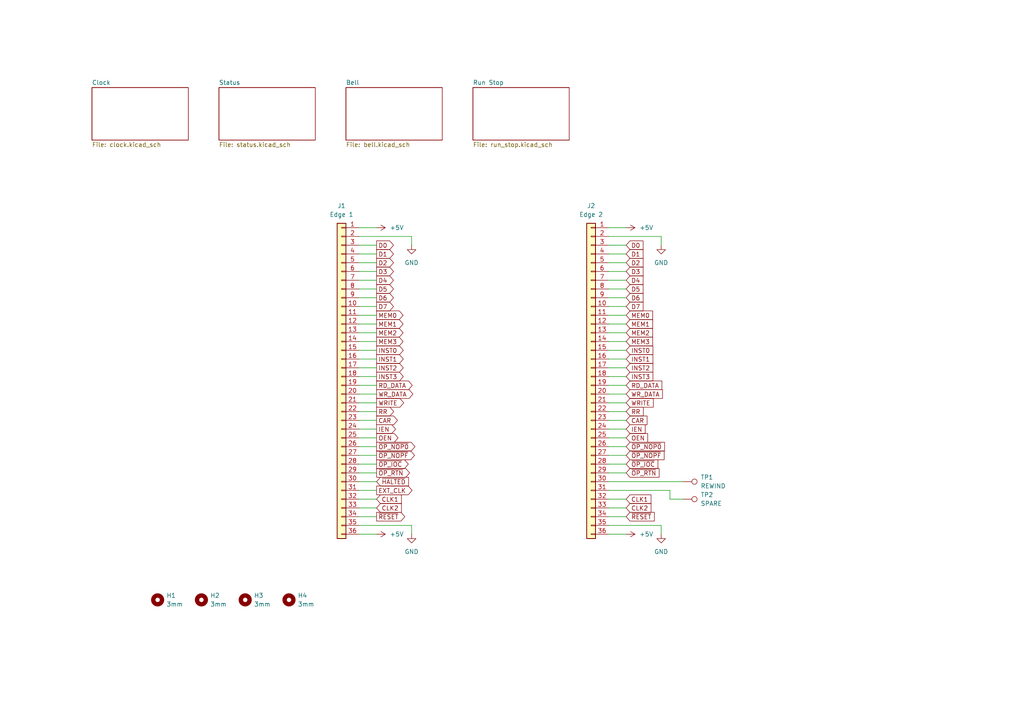
<source format=kicad_sch>
(kicad_sch (version 20231120) (generator "eeschema") (generator_version "8.0")
  (paper "A4")
  (title_block (title "UE1-TTL Clock and Front Panel") (date "2025") (rev "1") (comment 1 "Copyright (c) 2025 Rhys Weatherley") (comment 3 "Edge Connectors"))
  (lib_symbols
    (symbol "Connector:TestPoint" (pin_numbers hide) (pin_names (offset 0.762) hide)
      (property "Reference" "TP" (at 0 6.858 0))
      (property "Value" "TestPoint" (at 0 5.08 0))
      (symbol "TestPoint_0_1"
        (circle (center 0 3.302) (radius 0.762))
      )
      (symbol "TestPoint_1_1"
        (pin passive line (at 0 0 90) (length 2.54) (name "1") (number "1"))
      )
    )
    (symbol "Connector_Generic:Conn_01x36" (pin_names (offset 1.016) hide)
      (property "Reference" "J" (at 0 45.72 0))
      (property "Value" "Conn_01x36" (at 0 -48.26 0))
      (symbol "Conn_01x36_1_1"
        (rectangle (start -1.27 -45.593) (end 0 -45.847) (stroke (width 0.1524)))
        (rectangle (start -1.27 -43.053) (end 0 -43.307) (stroke (width 0.1524)))
        (rectangle (start -1.27 -40.513) (end 0 -40.767) (stroke (width 0.1524)))
        (rectangle (start -1.27 -37.973) (end 0 -38.227) (stroke (width 0.1524)))
        (rectangle (start -1.27 -35.433) (end 0 -35.687) (stroke (width 0.1524)))
        (rectangle (start -1.27 -32.893) (end 0 -33.147) (stroke (width 0.1524)))
        (rectangle (start -1.27 -30.353) (end 0 -30.607) (stroke (width 0.1524)))
        (rectangle (start -1.27 -27.813) (end 0 -28.067) (stroke (width 0.1524)))
        (rectangle (start -1.27 -25.273) (end 0 -25.527) (stroke (width 0.1524)))
        (rectangle (start -1.27 -22.733) (end 0 -22.987) (stroke (width 0.1524)))
        (rectangle (start -1.27 -20.193) (end 0 -20.447) (stroke (width 0.1524)))
        (rectangle (start -1.27 -17.653) (end 0 -17.907) (stroke (width 0.1524)))
        (rectangle (start -1.27 -15.113) (end 0 -15.367) (stroke (width 0.1524)))
        (rectangle (start -1.27 -12.573) (end 0 -12.827) (stroke (width 0.1524)))
        (rectangle (start -1.27 -10.033) (end 0 -10.287) (stroke (width 0.1524)))
        (rectangle (start -1.27 -7.493) (end 0 -7.747) (stroke (width 0.1524)))
        (rectangle (start -1.27 -4.953) (end 0 -5.207) (stroke (width 0.1524)))
        (rectangle (start -1.27 -2.413) (end 0 -2.667) (stroke (width 0.1524)))
        (rectangle (start -1.27 0.127) (end 0 -0.127) (stroke (width 0.1524)))
        (rectangle (start -1.27 2.667) (end 0 2.413) (stroke (width 0.1524)))
        (rectangle (start -1.27 5.207) (end 0 4.953) (stroke (width 0.1524)))
        (rectangle (start -1.27 7.747) (end 0 7.493) (stroke (width 0.1524)))
        (rectangle (start -1.27 10.287) (end 0 10.033) (stroke (width 0.1524)))
        (rectangle (start -1.27 12.827) (end 0 12.573) (stroke (width 0.1524)))
        (rectangle (start -1.27 15.367) (end 0 15.113) (stroke (width 0.1524)))
        (rectangle (start -1.27 17.907) (end 0 17.653) (stroke (width 0.1524)))
        (rectangle (start -1.27 20.447) (end 0 20.193) (stroke (width 0.1524)))
        (rectangle (start -1.27 22.987) (end 0 22.733) (stroke (width 0.1524)))
        (rectangle (start -1.27 25.527) (end 0 25.273) (stroke (width 0.1524)))
        (rectangle (start -1.27 28.067) (end 0 27.813) (stroke (width 0.1524)))
        (rectangle (start -1.27 30.607) (end 0 30.353) (stroke (width 0.1524)))
        (rectangle (start -1.27 33.147) (end 0 32.893) (stroke (width 0.1524)))
        (rectangle (start -1.27 35.687) (end 0 35.433) (stroke (width 0.1524)))
        (rectangle (start -1.27 38.227) (end 0 37.973) (stroke (width 0.1524)))
        (rectangle (start -1.27 40.767) (end 0 40.513) (stroke (width 0.1524)))
        (rectangle (start -1.27 43.307) (end 0 43.053) (stroke (width 0.1524)))
        (rectangle (start -1.27 44.45) (end 1.27 -46.99) (stroke (width 0.254)) (fill (type background)))
        (pin passive line (at -5.08 43.18 0) (length 3.81) (name "Pin_1") (number "1"))
        (pin passive line (at -5.08 20.32 0) (length 3.81) (name "Pin_10") (number "10"))
        (pin passive line (at -5.08 17.78 0) (length 3.81) (name "Pin_11") (number "11"))
        (pin passive line (at -5.08 15.24 0) (length 3.81) (name "Pin_12") (number "12"))
        (pin passive line (at -5.08 12.7 0) (length 3.81) (name "Pin_13") (number "13"))
        (pin passive line (at -5.08 10.16 0) (length 3.81) (name "Pin_14") (number "14"))
        (pin passive line (at -5.08 7.62 0) (length 3.81) (name "Pin_15") (number "15"))
        (pin passive line (at -5.08 5.08 0) (length 3.81) (name "Pin_16") (number "16"))
        (pin passive line (at -5.08 2.54 0) (length 3.81) (name "Pin_17") (number "17"))
        (pin passive line (at -5.08 0 0) (length 3.81) (name "Pin_18") (number "18"))
        (pin passive line (at -5.08 -2.54 0) (length 3.81) (name "Pin_19") (number "19"))
        (pin passive line (at -5.08 40.64 0) (length 3.81) (name "Pin_2") (number "2"))
        (pin passive line (at -5.08 -5.08 0) (length 3.81) (name "Pin_20") (number "20"))
        (pin passive line (at -5.08 -7.62 0) (length 3.81) (name "Pin_21") (number "21"))
        (pin passive line (at -5.08 -10.16 0) (length 3.81) (name "Pin_22") (number "22"))
        (pin passive line (at -5.08 -12.7 0) (length 3.81) (name "Pin_23") (number "23"))
        (pin passive line (at -5.08 -15.24 0) (length 3.81) (name "Pin_24") (number "24"))
        (pin passive line (at -5.08 -17.78 0) (length 3.81) (name "Pin_25") (number "25"))
        (pin passive line (at -5.08 -20.32 0) (length 3.81) (name "Pin_26") (number "26"))
        (pin passive line (at -5.08 -22.86 0) (length 3.81) (name "Pin_27") (number "27"))
        (pin passive line (at -5.08 -25.4 0) (length 3.81) (name "Pin_28") (number "28"))
        (pin passive line (at -5.08 -27.94 0) (length 3.81) (name "Pin_29") (number "29"))
        (pin passive line (at -5.08 38.1 0) (length 3.81) (name "Pin_3") (number "3"))
        (pin passive line (at -5.08 -30.48 0) (length 3.81) (name "Pin_30") (number "30"))
        (pin passive line (at -5.08 -33.02 0) (length 3.81) (name "Pin_31") (number "31"))
        (pin passive line (at -5.08 -35.56 0) (length 3.81) (name "Pin_32") (number "32"))
        (pin passive line (at -5.08 -38.1 0) (length 3.81) (name "Pin_33") (number "33"))
        (pin passive line (at -5.08 -40.64 0) (length 3.81) (name "Pin_34") (number "34"))
        (pin passive line (at -5.08 -43.18 0) (length 3.81) (name "Pin_35") (number "35"))
        (pin passive line (at -5.08 -45.72 0) (length 3.81) (name "Pin_36") (number "36"))
        (pin passive line (at -5.08 35.56 0) (length 3.81) (name "Pin_4") (number "4"))
        (pin passive line (at -5.08 33.02 0) (length 3.81) (name "Pin_5") (number "5"))
        (pin passive line (at -5.08 30.48 0) (length 3.81) (name "Pin_6") (number "6"))
        (pin passive line (at -5.08 27.94 0) (length 3.81) (name "Pin_7") (number "7"))
        (pin passive line (at -5.08 25.4 0) (length 3.81) (name "Pin_8") (number "8"))
        (pin passive line (at -5.08 22.86 0) (length 3.81) (name "Pin_9") (number "9"))
      )
    )
    (symbol "Mechanical:MountingHole" (pin_names (offset 1.016)) (exclude_from_sim yes) (in_bom no)
      (property "Reference" "H" (at 0 5.08 0))
      (property "Value" "MountingHole" (at 0 3.175 0))
      (symbol "MountingHole_0_1"
        (circle (center 0 0) (radius 1.27) (stroke (width 1.27)))
      )
    )
    (symbol "power:+5V" (power) (pin_numbers hide) (pin_names (offset 0) hide)
      (property "Value" "+5V" (at 0 3.556 0))
      (symbol "+5V_0_1"
        (polyline (pts (xy -0.762 1.27) (xy 0 2.54)))
        (polyline (pts (xy 0 0) (xy 0 2.54)))
        (polyline (pts (xy 0 2.54) (xy 0.762 1.27)))
      )
      (symbol "+5V_1_1"
        (pin power_in line (at 0 0 90) (length 0) (name "~") (number "1"))
      )
    )
    (symbol "power:GND" (power) (pin_numbers hide) (pin_names (offset 0) hide)
      (property "Value" "GND" (at 0 -3.81 0))
      (symbol "GND_0_1"
        (polyline (pts (xy 0 0) (xy 0 -1.27) (xy 1.27 -1.27) (xy 0 -2.54) (xy -1.27 -1.27) (xy 0 -1.27)))
      )
      (symbol "GND_1_1"
        (pin power_in line (at 0 0 270) (length 0) (name "~") (number "1"))
      )
    )
  )
  (wire (pts (xy 104.14 81.28) (xy 109.22 81.28)))
  (wire (pts (xy 191.77 68.58) (xy 176.53 68.58)))
  (wire (pts (xy 104.14 132.08) (xy 109.22 132.08)))
  (wire (pts (xy 176.53 73.66) (xy 181.61 73.66)))
  (wire (pts (xy 119.38 71.12) (xy 119.38 68.58)))
  (wire (pts (xy 104.14 147.32) (xy 109.22 147.32)))
  (wire (pts (xy 176.53 96.52) (xy 181.61 96.52)))
  (wire (pts (xy 176.53 142.24) (xy 194.31 142.24)))
  (wire (pts (xy 176.53 106.68) (xy 181.61 106.68)))
  (wire (pts (xy 176.53 147.32) (xy 181.61 147.32)))
  (wire (pts (xy 176.53 86.36) (xy 181.61 86.36)))
  (wire (pts (xy 104.14 142.24) (xy 109.22 142.24)))
  (wire (pts (xy 176.53 104.14) (xy 181.61 104.14)))
  (wire (pts (xy 104.14 76.2) (xy 109.22 76.2)))
  (wire (pts (xy 119.38 154.94) (xy 119.38 152.4)))
  (wire (pts (xy 104.14 96.52) (xy 109.22 96.52)))
  (wire (pts (xy 176.53 132.08) (xy 181.61 132.08)))
  (wire (pts (xy 104.14 119.38) (xy 109.22 119.38)))
  (wire (pts (xy 104.14 93.98) (xy 109.22 93.98)))
  (wire (pts (xy 176.53 149.86) (xy 181.61 149.86)))
  (wire (pts (xy 176.53 71.12) (xy 181.61 71.12)))
  (wire (pts (xy 176.53 114.3) (xy 181.61 114.3)))
  (wire (pts (xy 194.31 142.24) (xy 194.31 144.78)))
  (wire (pts (xy 176.53 76.2) (xy 181.61 76.2)))
  (wire (pts (xy 176.53 99.06) (xy 181.61 99.06)))
  (wire (pts (xy 104.14 129.54) (xy 109.22 129.54)))
  (wire (pts (xy 176.53 129.54) (xy 181.61 129.54)))
  (wire (pts (xy 119.38 68.58) (xy 104.14 68.58)))
  (wire (pts (xy 176.53 154.94) (xy 181.61 154.94)))
  (wire (pts (xy 119.38 152.4) (xy 104.14 152.4)))
  (wire (pts (xy 191.77 71.12) (xy 191.77 68.58)))
  (wire (pts (xy 176.53 109.22) (xy 181.61 109.22)))
  (wire (pts (xy 176.53 144.78) (xy 181.61 144.78)))
  (wire (pts (xy 104.14 66.04) (xy 109.22 66.04)))
  (wire (pts (xy 104.14 71.12) (xy 109.22 71.12)))
  (wire (pts (xy 176.53 121.92) (xy 181.61 121.92)))
  (wire (pts (xy 191.77 154.94) (xy 191.77 152.4)))
  (wire (pts (xy 104.14 104.14) (xy 109.22 104.14)))
  (wire (pts (xy 104.14 149.86) (xy 109.22 149.86)))
  (wire (pts (xy 104.14 109.22) (xy 109.22 109.22)))
  (wire (pts (xy 104.14 134.62) (xy 109.22 134.62)))
  (wire (pts (xy 194.31 144.78) (xy 198.12 144.78)))
  (wire (pts (xy 104.14 144.78) (xy 109.22 144.78)))
  (wire (pts (xy 104.14 116.84) (xy 109.22 116.84)))
  (wire (pts (xy 176.53 78.74) (xy 181.61 78.74)))
  (wire (pts (xy 176.53 137.16) (xy 181.61 137.16)))
  (wire (pts (xy 176.53 81.28) (xy 181.61 81.28)))
  (wire (pts (xy 104.14 127) (xy 109.22 127)))
  (wire (pts (xy 104.14 73.66) (xy 109.22 73.66)))
  (wire (pts (xy 176.53 93.98) (xy 181.61 93.98)))
  (wire (pts (xy 104.14 106.68) (xy 109.22 106.68)))
  (wire (pts (xy 104.14 124.46) (xy 109.22 124.46)))
  (wire (pts (xy 104.14 101.6) (xy 109.22 101.6)))
  (wire (pts (xy 176.53 124.46) (xy 181.61 124.46)))
  (wire (pts (xy 104.14 111.76) (xy 109.22 111.76)))
  (wire (pts (xy 176.53 88.9) (xy 181.61 88.9)))
  (wire (pts (xy 176.53 134.62) (xy 181.61 134.62)))
  (wire (pts (xy 176.53 119.38) (xy 181.61 119.38)))
  (wire (pts (xy 176.53 116.84) (xy 181.61 116.84)))
  (wire (pts (xy 104.14 88.9) (xy 109.22 88.9)))
  (wire (pts (xy 176.53 127) (xy 181.61 127)))
  (wire (pts (xy 176.53 111.76) (xy 181.61 111.76)))
  (wire (pts (xy 176.53 139.7) (xy 198.12 139.7)))
  (wire (pts (xy 176.53 83.82) (xy 181.61 83.82)))
  (wire (pts (xy 104.14 154.94) (xy 109.22 154.94)))
  (wire (pts (xy 176.53 66.04) (xy 181.61 66.04)))
  (wire (pts (xy 176.53 101.6) (xy 181.61 101.6)))
  (wire (pts (xy 176.53 91.44) (xy 181.61 91.44)))
  (wire (pts (xy 104.14 99.06) (xy 109.22 99.06)))
  (wire (pts (xy 104.14 91.44) (xy 109.22 91.44)))
  (wire (pts (xy 104.14 139.7) (xy 109.22 139.7)))
  (wire (pts (xy 191.77 152.4) (xy 176.53 152.4)))
  (wire (pts (xy 104.14 86.36) (xy 109.22 86.36)))
  (wire (pts (xy 104.14 83.82) (xy 109.22 83.82)))
  (wire (pts (xy 104.14 121.92) (xy 109.22 121.92)))
  (wire (pts (xy 104.14 78.74) (xy 109.22 78.74)))
  (wire (pts (xy 104.14 114.3) (xy 109.22 114.3)))
  (wire (pts (xy 104.14 137.16) (xy 109.22 137.16)))
  (global_label "CAR" (shape output) (at 109.22 121.92 0) (property "Intersheetrefs" "${INTERSHEET_REFS}" (effects (hide yes))))
  (global_label "CLK1" (shape input) (at 181.61 144.78 0) (property "Intersheetrefs" "${INTERSHEET_REFS}" (effects (hide yes))))
  (global_label "INST2" (shape input) (at 181.61 106.68 0) (property "Intersheetrefs" "${INTERSHEET_REFS}" (effects (hide yes))))
  (global_label "~{OP_NOPF}" (shape input) (at 181.61 132.08 0) (property "Intersheetrefs" "${INTERSHEET_REFS}" (effects (hide yes))))
  (global_label "~{OP_NOPF}" (shape output) (at 109.22 132.08 0) (property "Intersheetrefs" "${INTERSHEET_REFS}" (effects (hide yes))))
  (global_label "~{RESET}" (shape output) (at 109.22 149.86 0) (property "Intersheetrefs" "${INTERSHEET_REFS}" (effects (hide yes))))
  (global_label "INST3" (shape input) (at 181.61 109.22 0) (property "Intersheetrefs" "${INTERSHEET_REFS}" (effects (hide yes))))
  (global_label "D0" (shape input) (at 181.61 71.12 0) (property "Intersheetrefs" "${INTERSHEET_REFS}" (effects (hide yes))))
  (global_label "D2" (shape output) (at 109.22 76.2 0) (property "Intersheetrefs" "${INTERSHEET_REFS}" (effects (hide yes))))
  (global_label "D4" (shape output) (at 109.22 81.28 0) (property "Intersheetrefs" "${INTERSHEET_REFS}" (effects (hide yes))))
  (global_label "RR" (shape output) (at 109.22 119.38 0) (property "Intersheetrefs" "${INTERSHEET_REFS}" (effects (hide yes))))
  (global_label "MEM1" (shape output) (at 109.22 93.98 0) (property "Intersheetrefs" "${INTERSHEET_REFS}" (effects (hide yes))))
  (global_label "MEM1" (shape input) (at 181.61 93.98 0) (property "Intersheetrefs" "${INTERSHEET_REFS}" (effects (hide yes))))
  (global_label "~{OP_RTN}" (shape input) (at 181.61 137.16 0) (property "Intersheetrefs" "${INTERSHEET_REFS}" (effects (hide yes))))
  (global_label "INST0" (shape output) (at 109.22 101.6 0) (property "Intersheetrefs" "${INTERSHEET_REFS}" (effects (hide yes))))
  (global_label "RD_DATA" (shape input) (at 181.61 111.76 0) (property "Intersheetrefs" "${INTERSHEET_REFS}" (effects (hide yes))))
  (global_label "CAR" (shape input) (at 181.61 121.92 0) (property "Intersheetrefs" "${INTERSHEET_REFS}" (effects (hide yes))))
  (global_label "~{OP_IOC}" (shape input) (at 181.61 134.62 0) (property "Intersheetrefs" "${INTERSHEET_REFS}" (effects (hide yes))))
  (global_label "WR_DATA" (shape output) (at 109.22 114.3 0) (property "Intersheetrefs" "${INTERSHEET_REFS}" (effects (hide yes))))
  (global_label "WR_DATA" (shape input) (at 181.61 114.3 0) (property "Intersheetrefs" "${INTERSHEET_REFS}" (effects (hide yes))))
  (global_label "D6" (shape input) (at 181.61 86.36 0) (property "Intersheetrefs" "${INTERSHEET_REFS}" (effects (hide yes))))
  (global_label "CLK1" (shape input) (at 109.22 144.78 0) (property "Intersheetrefs" "${INTERSHEET_REFS}" (effects (hide yes))))
  (global_label "OEN" (shape input) (at 181.61 127 0) (property "Intersheetrefs" "${INTERSHEET_REFS}" (effects (hide yes))))
  (global_label "D7" (shape output) (at 109.22 88.9 0) (property "Intersheetrefs" "${INTERSHEET_REFS}" (effects (hide yes))))
  (global_label "D3" (shape output) (at 109.22 78.74 0) (property "Intersheetrefs" "${INTERSHEET_REFS}" (effects (hide yes))))
  (global_label "D1" (shape output) (at 109.22 73.66 0) (property "Intersheetrefs" "${INTERSHEET_REFS}" (effects (hide yes))))
  (global_label "D1" (shape input) (at 181.61 73.66 0) (property "Intersheetrefs" "${INTERSHEET_REFS}" (effects (hide yes))))
  (global_label "RD_DATA" (shape output) (at 109.22 111.76 0) (property "Intersheetrefs" "${INTERSHEET_REFS}" (effects (hide yes))))
  (global_label "MEM0" (shape input) (at 181.61 91.44 0) (property "Intersheetrefs" "${INTERSHEET_REFS}" (effects (hide yes))))
  (global_label "~{HALTED}" (shape input) (at 109.22 139.7 0) (property "Intersheetrefs" "${INTERSHEET_REFS}" (effects (hide yes))))
  (global_label "D4" (shape input) (at 181.61 81.28 0) (property "Intersheetrefs" "${INTERSHEET_REFS}" (effects (hide yes))))
  (global_label "~{RESET}" (shape input) (at 181.61 149.86 0) (property "Intersheetrefs" "${INTERSHEET_REFS}" (effects (hide yes))))
  (global_label "INST0" (shape input) (at 181.61 101.6 0) (property "Intersheetrefs" "${INTERSHEET_REFS}" (effects (hide yes))))
  (global_label "~{OP_NOP0}" (shape output) (at 109.22 129.54 0) (property "Intersheetrefs" "${INTERSHEET_REFS}" (effects (hide yes))))
  (global_label "D0" (shape output) (at 109.22 71.12 0) (property "Intersheetrefs" "${INTERSHEET_REFS}" (effects (hide yes))))
  (global_label "MEM0" (shape output) (at 109.22 91.44 0) (property "Intersheetrefs" "${INTERSHEET_REFS}" (effects (hide yes))))
  (global_label "MEM3" (shape output) (at 109.22 99.06 0) (property "Intersheetrefs" "${INTERSHEET_REFS}" (effects (hide yes))))
  (global_label "~{OP_NOP0}" (shape input) (at 181.61 129.54 0) (property "Intersheetrefs" "${INTERSHEET_REFS}" (effects (hide yes))))
  (global_label "EXT_CLK" (shape output) (at 109.22 142.24 0) (property "Intersheetrefs" "${INTERSHEET_REFS}" (effects (hide yes))))
  (global_label "RR" (shape input) (at 181.61 119.38 0) (property "Intersheetrefs" "${INTERSHEET_REFS}" (effects (hide yes))))
  (global_label "IEN" (shape output) (at 109.22 124.46 0) (property "Intersheetrefs" "${INTERSHEET_REFS}" (effects (hide yes))))
  (global_label "~{OP_IOC}" (shape output) (at 109.22 134.62 0) (property "Intersheetrefs" "${INTERSHEET_REFS}" (effects (hide yes))))
  (global_label "CLK2" (shape input) (at 109.22 147.32 0) (property "Intersheetrefs" "${INTERSHEET_REFS}" (effects (hide yes))))
  (global_label "MEM3" (shape input) (at 181.61 99.06 0) (property "Intersheetrefs" "${INTERSHEET_REFS}" (effects (hide yes))))
  (global_label "CLK2" (shape input) (at 181.61 147.32 0) (property "Intersheetrefs" "${INTERSHEET_REFS}" (effects (hide yes))))
  (global_label "D5" (shape output) (at 109.22 83.82 0) (property "Intersheetrefs" "${INTERSHEET_REFS}" (effects (hide yes))))
  (global_label "MEM2" (shape input) (at 181.61 96.52 0) (property "Intersheetrefs" "${INTERSHEET_REFS}" (effects (hide yes))))
  (global_label "D5" (shape input) (at 181.61 83.82 0) (property "Intersheetrefs" "${INTERSHEET_REFS}" (effects (hide yes))))
  (global_label "INST3" (shape output) (at 109.22 109.22 0) (property "Intersheetrefs" "${INTERSHEET_REFS}" (effects (hide yes))))
  (global_label "D6" (shape output) (at 109.22 86.36 0) (property "Intersheetrefs" "${INTERSHEET_REFS}" (effects (hide yes))))
  (global_label "MEM2" (shape output) (at 109.22 96.52 0) (property "Intersheetrefs" "${INTERSHEET_REFS}" (effects (hide yes))))
  (global_label "WRITE" (shape input) (at 181.61 116.84 0) (property "Intersheetrefs" "${INTERSHEET_REFS}" (effects (hide yes))))
  (global_label "OEN" (shape output) (at 109.22 127 0) (property "Intersheetrefs" "${INTERSHEET_REFS}" (effects (hide yes))))
  (global_label "D3" (shape input) (at 181.61 78.74 0) (property "Intersheetrefs" "${INTERSHEET_REFS}" (effects (hide yes))))
  (global_label "WRITE" (shape output) (at 109.22 116.84 0) (property "Intersheetrefs" "${INTERSHEET_REFS}" (effects (hide yes))))
  (global_label "D7" (shape input) (at 181.61 88.9 0) (property "Intersheetrefs" "${INTERSHEET_REFS}" (effects (hide yes))))
  (global_label "INST1" (shape input) (at 181.61 104.14 0) (property "Intersheetrefs" "${INTERSHEET_REFS}" (effects (hide yes))))
  (global_label "INST1" (shape output) (at 109.22 104.14 0) (property "Intersheetrefs" "${INTERSHEET_REFS}" (effects (hide yes))))
  (global_label "D2" (shape input) (at 181.61 76.2 0) (property "Intersheetrefs" "${INTERSHEET_REFS}" (effects (hide yes))))
  (global_label "INST2" (shape output) (at 109.22 106.68 0) (property "Intersheetrefs" "${INTERSHEET_REFS}" (effects (hide yes))))
  (global_label "~{OP_RTN}" (shape output) (at 109.22 137.16 0) (property "Intersheetrefs" "${INTERSHEET_REFS}" (effects (hide yes))))
  (global_label "IEN" (shape input) (at 181.61 124.46 0) (property "Intersheetrefs" "${INTERSHEET_REFS}" (effects (hide yes))))
  (symbol (lib_id "power:GND") (at 191.77 71.12 0) (unit 1)
    (property "Reference" "#PWR7" (effects (hide yes)))
    (property "Value" "GND" (at 191.77 76.2 0))
    (property "Description" "Power symbol creates a global label with name \"GND\" , ground" (effects (hide yes)))
  )
  (symbol (lib_id "power:+5V") (at 181.61 66.04 270) (unit 1)
    (property "Reference" "#PWR5" (effects (hide yes)))
    (property "Value" "+5V" (at 185.42 66.0399 90) (effects (justify left)))
    (property "Description" "Power symbol creates a global label with name \"+5V\"" (effects (hide yes)))
  )
  (symbol (lib_id "Connector_Generic:Conn_01x36") (at 99.06 109.22 0) (mirror y) (unit 1)
    (property "Reference" "J1" (at 99.06 59.69 0))
    (property "Value" "Edge 1" (at 99.06 62.23 0))
    (property "Footprint" "Connector_PinSocket_2.54mm:PinSocket_1x36_P2.54mm_Horizontal" (effects (hide yes)))
    (property "Description" "Generic connector, single row, 01x36, script generated (kicad-library-utils/schlib/autogen/connector/)" (effects (hide yes)))
  )
  (symbol (lib_id "Connector_Generic:Conn_01x36") (at 171.45 109.22 0) (mirror y) (unit 1)
    (property "Reference" "J2" (at 171.45 59.69 0))
    (property "Value" "Edge 2" (at 171.45 62.23 0))
    (property "Footprint" "Connector_PinHeader_2.54mm:PinHeader_1x36_P2.54mm_Horizontal" (effects (hide yes)))
    (property "Description" "Generic connector, single row, 01x36, script generated (kicad-library-utils/schlib/autogen/connector/)" (effects (hide yes)))
  )
  (symbol (lib_id "power:GND") (at 191.77 154.94 0) (unit 1)
    (property "Reference" "#PWR8" (effects (hide yes)))
    (property "Value" "GND" (at 191.77 160.02 0))
    (property "Description" "Power symbol creates a global label with name \"GND\" , ground" (effects (hide yes)))
  )
  (symbol (lib_id "power:GND") (at 119.38 71.12 0) (unit 1)
    (property "Reference" "#PWR3" (effects (hide yes)))
    (property "Value" "GND" (at 119.38 76.2 0))
    (property "Description" "Power symbol creates a global label with name \"GND\" , ground" (effects (hide yes)))
  )
  (symbol (lib_id "power:+5V") (at 109.22 66.04 270) (unit 1)
    (property "Reference" "#PWR1" (effects (hide yes)))
    (property "Value" "+5V" (at 113.03 66.0399 90) (effects (justify left)))
    (property "Description" "Power symbol creates a global label with name \"+5V\"" (effects (hide yes)))
  )
  (symbol (lib_id "Mechanical:MountingHole") (at 71.12 173.99 0) (unit 1) (exclude_from_sim yes) (in_bom no)
    (property "Reference" "H3" (at 73.66 172.7199 0) (effects (justify left)))
    (property "Value" "3mm" (at 73.66 175.2599 0) (effects (justify left)))
    (property "Footprint" "MountingHole:MountingHole_3mm" (effects (hide yes)))
    (property "Description" "Mounting Hole without connection" (effects (hide yes)))
  )
  (symbol (lib_id "power:GND") (at 119.38 154.94 0) (unit 1)
    (property "Reference" "#PWR4" (effects (hide yes)))
    (property "Value" "GND" (at 119.38 160.02 0))
    (property "Description" "Power symbol creates a global label with name \"GND\" , ground" (effects (hide yes)))
  )
  (symbol (lib_id "Connector:TestPoint") (at 198.12 139.7 270) (unit 1)
    (property "Reference" "TP1" (at 203.2 138.4299 90) (effects (justify left)))
    (property "Value" "REWIND" (at 203.2 140.9699 90) (effects (justify left)))
    (property "Footprint" "TestPoint:TestPoint_Pad_D1.5mm" (effects (hide yes)))
    (property "Description" "test point" (effects (hide yes)))
  )
  (symbol (lib_id "Mechanical:MountingHole") (at 45.72 173.99 0) (unit 1) (exclude_from_sim yes) (in_bom no)
    (property "Reference" "H1" (at 48.26 172.7199 0) (effects (justify left)))
    (property "Value" "3mm" (at 48.26 175.2599 0) (effects (justify left)))
    (property "Footprint" "MountingHole:MountingHole_3mm" (effects (hide yes)))
    (property "Description" "Mounting Hole without connection" (effects (hide yes)))
  )
  (symbol (lib_id "Mechanical:MountingHole") (at 83.82 173.99 0) (unit 1) (exclude_from_sim yes) (in_bom no)
    (property "Reference" "H4" (at 86.36 172.7199 0) (effects (justify left)))
    (property "Value" "3mm" (at 86.36 175.2599 0) (effects (justify left)))
    (property "Footprint" "MountingHole:MountingHole_3mm" (effects (hide yes)))
    (property "Description" "Mounting Hole without connection" (effects (hide yes)))
  )
  (symbol (lib_id "power:+5V") (at 181.61 154.94 270) (unit 1)
    (property "Reference" "#PWR6" (effects (hide yes)))
    (property "Value" "+5V" (at 185.42 154.9399 90) (effects (justify left)))
    (property "Description" "Power symbol creates a global label with name \"+5V\"" (effects (hide yes)))
  )
  (symbol (lib_id "Connector:TestPoint") (at 198.12 144.78 270) (unit 1)
    (property "Reference" "TP2" (at 203.2 143.5099 90) (effects (justify left)))
    (property "Value" "SPARE" (at 203.2 146.0499 90) (effects (justify left)))
    (property "Footprint" "TestPoint:TestPoint_Pad_D1.5mm" (effects (hide yes)))
    (property "Description" "test point" (effects (hide yes)))
  )
  (symbol (lib_id "power:+5V") (at 109.22 154.94 270) (unit 1)
    (property "Reference" "#PWR2" (effects (hide yes)))
    (property "Value" "+5V" (at 113.03 154.9399 90) (effects (justify left)))
    (property "Description" "Power symbol creates a global label with name \"+5V\"" (effects (hide yes)))
  )
  (symbol (lib_id "Mechanical:MountingHole") (at 58.42 173.99 0) (unit 1) (exclude_from_sim yes) (in_bom no)
    (property "Reference" "H2" (at 60.96 172.7199 0) (effects (justify left)))
    (property "Value" "3mm" (at 60.96 175.2599 0) (effects (justify left)))
    (property "Footprint" "MountingHole:MountingHole_3mm" (effects (hide yes)))
    (property "Description" "Mounting Hole without connection" (effects (hide yes)))
  )
  (sheet (at 63.5 25.4) (size 27.94 15.24) (stroke (width 0.1524))
    (property "Sheetname" "Status" (at 63.5 24.6884 0) (effects (justify left bottom)))
    (property "Sheetfile" "status.kicad_sch" (at 63.5 41.2246 0) (effects (justify left top)))
  )
  (sheet (at 26.67 25.4) (size 27.94 15.24) (stroke (width 0.1524))
    (property "Sheetname" "Clock" (at 26.67 24.6884 0) (effects (justify left bottom)))
    (property "Sheetfile" "clock.kicad_sch" (at 26.67 41.2246 0) (effects (justify left top)))
  )
  (sheet (at 137.16 25.4) (size 27.94 15.24) (stroke (width 0.1524))
    (property "Sheetname" "Run Stop" (at 137.16 24.6884 0) (effects (justify left bottom)))
    (property "Sheetfile" "run_stop.kicad_sch" (at 137.16 41.2246 0) (effects (justify left top)))
  )
  (sheet (at 100.33 25.4) (size 27.94 15.24) (stroke (width 0.1524))
    (property "Sheetname" "Bell" (at 100.33 24.6884 0) (effects (justify left bottom)))
    (property "Sheetfile" "bell.kicad_sch" (at 100.33 41.2246 0) (effects (justify left top)))
  )
)
</source>
